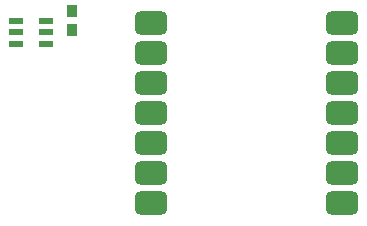
<source format=gbp>
G04*
G04 #@! TF.GenerationSoftware,Altium Limited,Altium Designer,21.6.4 (81)*
G04*
G04 Layer_Color=128*
%FSLAX25Y25*%
%MOIN*%
G70*
G04*
G04 #@! TF.SameCoordinates,E723B31F-DAC3-422C-9DD4-3D6A13DCE0CD*
G04*
G04*
G04 #@! TF.FilePolarity,Positive*
G04*
G01*
G75*
G04:AMPARAMS|DCode=27|XSize=47.64mil|YSize=22.84mil|CornerRadius=2.85mil|HoleSize=0mil|Usage=FLASHONLY|Rotation=0.000|XOffset=0mil|YOffset=0mil|HoleType=Round|Shape=RoundedRectangle|*
%AMROUNDEDRECTD27*
21,1,0.04764,0.01713,0,0,0.0*
21,1,0.04193,0.02284,0,0,0.0*
1,1,0.00571,0.02097,-0.00856*
1,1,0.00571,-0.02097,-0.00856*
1,1,0.00571,-0.02097,0.00856*
1,1,0.00571,0.02097,0.00856*
%
%ADD27ROUNDEDRECTD27*%
G04:AMPARAMS|DCode=28|XSize=108.27mil|YSize=78.74mil|CornerRadius=19.68mil|HoleSize=0mil|Usage=FLASHONLY|Rotation=0.000|XOffset=0mil|YOffset=0mil|HoleType=Round|Shape=RoundedRectangle|*
%AMROUNDEDRECTD28*
21,1,0.10827,0.03937,0,0,0.0*
21,1,0.06890,0.07874,0,0,0.0*
1,1,0.03937,0.03445,-0.01968*
1,1,0.03937,-0.03445,-0.01968*
1,1,0.03937,-0.03445,0.01968*
1,1,0.03937,0.03445,0.01968*
%
%ADD28ROUNDEDRECTD28*%
%ADD29R,0.03740X0.03937*%
D27*
X45044Y65314D02*
D03*
Y69054D02*
D03*
Y72795D02*
D03*
X54926Y65314D02*
D03*
Y69054D02*
D03*
Y72795D02*
D03*
D28*
X153448Y12095D02*
D03*
Y22095D02*
D03*
Y32095D02*
D03*
Y42095D02*
D03*
Y52095D02*
D03*
Y62095D02*
D03*
Y72095D02*
D03*
X89806Y12095D02*
D03*
Y22095D02*
D03*
Y32095D02*
D03*
Y42095D02*
D03*
Y52095D02*
D03*
Y62095D02*
D03*
Y72095D02*
D03*
D29*
X63500Y69850D02*
D03*
Y76150D02*
D03*
M02*

</source>
